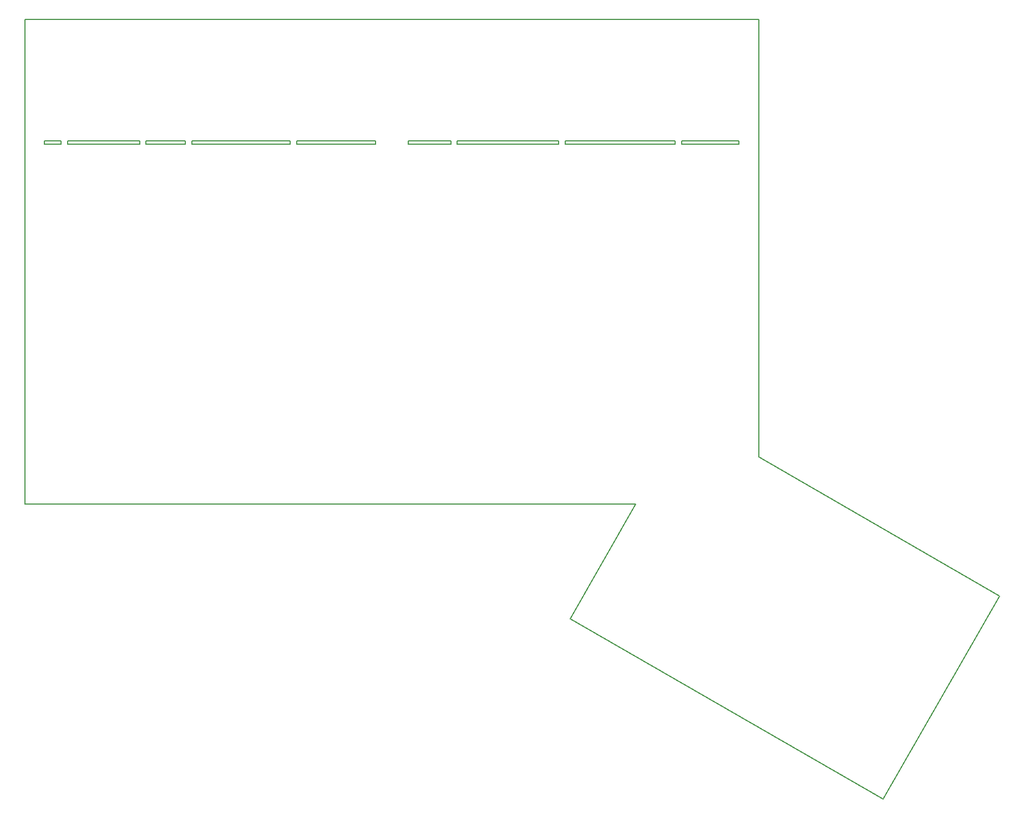
<source format=gm1>
G04 #@! TF.FileFunction,Profile,NP*
%FSLAX46Y46*%
G04 Gerber Fmt 4.6, Leading zero omitted, Abs format (unit mm)*
G04 Created by KiCad (PCBNEW 4.0.7) date 2017 December 06, Wednesday 22:25:54*
%MOMM*%
%LPD*%
G01*
G04 APERTURE LIST*
%ADD10C,0.100000*%
%ADD11C,0.150000*%
G04 APERTURE END LIST*
D10*
D11*
X83500000Y-49000000D02*
X86000000Y-49000000D01*
X99000000Y-49500000D02*
X105000000Y-49500000D01*
X105000000Y-49000000D02*
X99000000Y-49000000D01*
X98000000Y-49000000D02*
X87000000Y-49000000D01*
X98000000Y-49500000D02*
X98000000Y-49000000D01*
X87000000Y-49500000D02*
X98000000Y-49500000D01*
X87000000Y-49000000D02*
X87000000Y-49500000D01*
X86000000Y-49500000D02*
X83500000Y-49500000D01*
X106000000Y-49500000D02*
X121000000Y-49500000D01*
X121000000Y-49000000D02*
X106000000Y-49000000D01*
X122000000Y-49500000D02*
X134000000Y-49500000D01*
X134000000Y-49000000D02*
X122000000Y-49000000D01*
X162000000Y-49500000D02*
X146500000Y-49500000D01*
X146500000Y-49000000D02*
X162000000Y-49000000D01*
X145500000Y-49500000D02*
X139000000Y-49500000D01*
X139000000Y-49000000D02*
X145500000Y-49000000D01*
X179750000Y-49500000D02*
X163000000Y-49500000D01*
X163000000Y-49000000D02*
X179750000Y-49000000D01*
X180750000Y-49000000D02*
X189500000Y-49000000D01*
X189500000Y-49500000D02*
X180750000Y-49500000D01*
X179750000Y-49000000D02*
X179750000Y-49500000D01*
X180750000Y-49000000D02*
X180750000Y-49500000D01*
X189500000Y-49000000D02*
X189500000Y-49500000D01*
X163000000Y-49000000D02*
X163000000Y-49500000D01*
X162000000Y-49000000D02*
X162000000Y-49500000D01*
X139000000Y-49000000D02*
X139000000Y-49500000D01*
X146500000Y-49000000D02*
X146500000Y-49500000D01*
X122000000Y-49500000D02*
X122000000Y-49000000D01*
X121000000Y-49000000D02*
X121000000Y-49500000D01*
X145500000Y-49000000D02*
X145500000Y-49500000D01*
X134000000Y-49500000D02*
X134000000Y-49000000D01*
X106000000Y-49000000D02*
X106000000Y-49500000D01*
X105000000Y-49500000D02*
X105000000Y-49000000D01*
X99000000Y-49000000D02*
X99000000Y-49500000D01*
X86000000Y-49500000D02*
X86000000Y-49000000D01*
X83500000Y-49000000D02*
X83500000Y-49500000D01*
X173750000Y-104500000D02*
X163750000Y-122000000D01*
X211500000Y-149500000D02*
X229250000Y-118500000D01*
X211500000Y-149500000D02*
X163750000Y-122000000D01*
X192500000Y-97250000D02*
X229250000Y-118500000D01*
X192500000Y-30500000D02*
X192500000Y-97250000D01*
X80500000Y-30500000D02*
X192500000Y-30500000D01*
X80500000Y-104500000D02*
X173750000Y-104500000D01*
X80500000Y-104500000D02*
X80500000Y-30500000D01*
M02*

</source>
